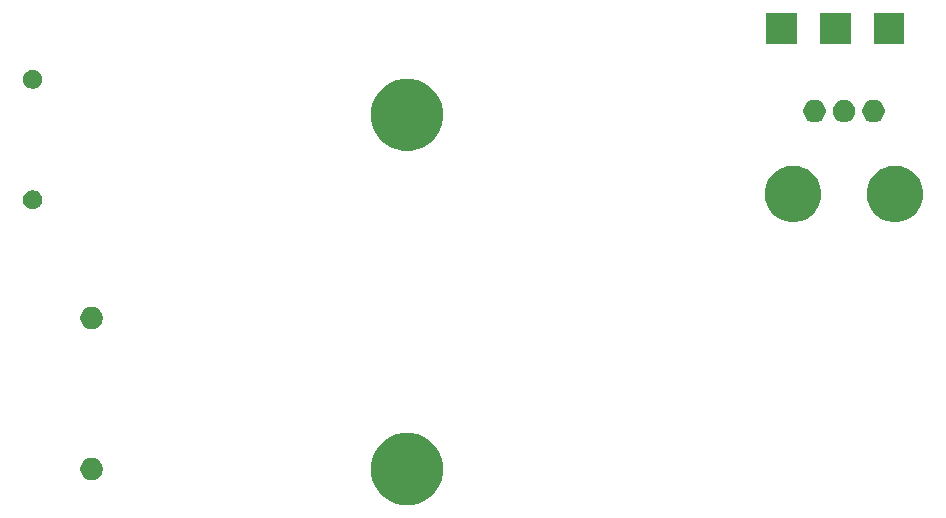
<source format=gbs>
G04 #@! TF.GenerationSoftware,KiCad,Pcbnew,(5.1.5)-3*
G04 #@! TF.CreationDate,2020-02-03T22:04:10-05:00*
G04 #@! TF.ProjectId,punk,70756e6b-2e6b-4696-9361-645f70636258,rev?*
G04 #@! TF.SameCoordinates,Original*
G04 #@! TF.FileFunction,Soldermask,Bot*
G04 #@! TF.FilePolarity,Negative*
%FSLAX46Y46*%
G04 Gerber Fmt 4.6, Leading zero omitted, Abs format (unit mm)*
G04 Created by KiCad (PCBNEW (5.1.5)-3) date 2020-02-03 22:04:10*
%MOMM*%
%LPD*%
G04 APERTURE LIST*
%ADD10C,0.100000*%
G04 APERTURE END LIST*
D10*
G36*
X129589943Y-107866248D02*
G01*
X130145189Y-108096238D01*
X130145190Y-108096239D01*
X130644899Y-108430134D01*
X131069866Y-108855101D01*
X131069867Y-108855103D01*
X131403762Y-109354811D01*
X131633752Y-109910057D01*
X131751000Y-110499501D01*
X131751000Y-111100499D01*
X131633752Y-111689943D01*
X131403762Y-112245189D01*
X131403761Y-112245190D01*
X131069866Y-112744899D01*
X130644899Y-113169866D01*
X130393347Y-113337948D01*
X130145189Y-113503762D01*
X129589943Y-113733752D01*
X129000499Y-113851000D01*
X128399501Y-113851000D01*
X127810057Y-113733752D01*
X127254811Y-113503762D01*
X127006653Y-113337948D01*
X126755101Y-113169866D01*
X126330134Y-112744899D01*
X125996239Y-112245190D01*
X125996238Y-112245189D01*
X125766248Y-111689943D01*
X125649000Y-111100499D01*
X125649000Y-110499501D01*
X125766248Y-109910057D01*
X125996238Y-109354811D01*
X126330133Y-108855103D01*
X126330134Y-108855101D01*
X126755101Y-108430134D01*
X127254810Y-108096239D01*
X127254811Y-108096238D01*
X127810057Y-107866248D01*
X128399501Y-107749000D01*
X129000499Y-107749000D01*
X129589943Y-107866248D01*
G37*
G36*
X102277395Y-109885546D02*
G01*
X102450466Y-109957234D01*
X102450467Y-109957235D01*
X102606227Y-110061310D01*
X102738690Y-110193773D01*
X102738691Y-110193775D01*
X102842766Y-110349534D01*
X102914454Y-110522605D01*
X102951000Y-110706333D01*
X102951000Y-110893667D01*
X102914454Y-111077395D01*
X102842766Y-111250466D01*
X102842765Y-111250467D01*
X102738690Y-111406227D01*
X102606227Y-111538690D01*
X102527818Y-111591081D01*
X102450466Y-111642766D01*
X102277395Y-111714454D01*
X102093667Y-111751000D01*
X101906333Y-111751000D01*
X101722605Y-111714454D01*
X101549534Y-111642766D01*
X101472182Y-111591081D01*
X101393773Y-111538690D01*
X101261310Y-111406227D01*
X101157235Y-111250467D01*
X101157234Y-111250466D01*
X101085546Y-111077395D01*
X101049000Y-110893667D01*
X101049000Y-110706333D01*
X101085546Y-110522605D01*
X101157234Y-110349534D01*
X101261309Y-110193775D01*
X101261310Y-110193773D01*
X101393773Y-110061310D01*
X101549533Y-109957235D01*
X101549534Y-109957234D01*
X101722605Y-109885546D01*
X101906333Y-109849000D01*
X102093667Y-109849000D01*
X102277395Y-109885546D01*
G37*
G36*
X102277395Y-97085546D02*
G01*
X102450466Y-97157234D01*
X102450467Y-97157235D01*
X102606227Y-97261310D01*
X102738690Y-97393773D01*
X102738691Y-97393775D01*
X102842766Y-97549534D01*
X102914454Y-97722605D01*
X102951000Y-97906333D01*
X102951000Y-98093667D01*
X102914454Y-98277395D01*
X102842766Y-98450466D01*
X102842765Y-98450467D01*
X102738690Y-98606227D01*
X102606227Y-98738690D01*
X102527818Y-98791081D01*
X102450466Y-98842766D01*
X102277395Y-98914454D01*
X102093667Y-98951000D01*
X101906333Y-98951000D01*
X101722605Y-98914454D01*
X101549534Y-98842766D01*
X101472182Y-98791081D01*
X101393773Y-98738690D01*
X101261310Y-98606227D01*
X101157235Y-98450467D01*
X101157234Y-98450466D01*
X101085546Y-98277395D01*
X101049000Y-98093667D01*
X101049000Y-97906333D01*
X101085546Y-97722605D01*
X101157234Y-97549534D01*
X101261309Y-97393775D01*
X101261310Y-97393773D01*
X101393773Y-97261310D01*
X101549533Y-97157235D01*
X101549534Y-97157234D01*
X101722605Y-97085546D01*
X101906333Y-97049000D01*
X102093667Y-97049000D01*
X102277395Y-97085546D01*
G37*
G36*
X170544132Y-85167333D02*
G01*
X170698304Y-85198000D01*
X171133984Y-85378464D01*
X171526086Y-85640458D01*
X171859542Y-85973914D01*
X172121536Y-86366016D01*
X172302000Y-86801696D01*
X172302000Y-86801697D01*
X172394000Y-87264210D01*
X172394000Y-87735790D01*
X172357138Y-87921107D01*
X172302000Y-88198304D01*
X172121536Y-88633984D01*
X171859542Y-89026086D01*
X171526086Y-89359542D01*
X171133984Y-89621536D01*
X170698304Y-89802000D01*
X170544132Y-89832667D01*
X170235790Y-89894000D01*
X169764210Y-89894000D01*
X169455868Y-89832667D01*
X169301696Y-89802000D01*
X168866016Y-89621536D01*
X168473914Y-89359542D01*
X168140458Y-89026086D01*
X167878464Y-88633984D01*
X167698000Y-88198304D01*
X167642862Y-87921107D01*
X167606000Y-87735790D01*
X167606000Y-87264210D01*
X167698000Y-86801697D01*
X167698000Y-86801696D01*
X167878464Y-86366016D01*
X168140458Y-85973914D01*
X168473914Y-85640458D01*
X168866016Y-85378464D01*
X169301696Y-85198000D01*
X169455868Y-85167333D01*
X169764210Y-85106000D01*
X170235790Y-85106000D01*
X170544132Y-85167333D01*
G37*
G36*
X161944132Y-85167333D02*
G01*
X162098304Y-85198000D01*
X162533984Y-85378464D01*
X162926086Y-85640458D01*
X163259542Y-85973914D01*
X163521536Y-86366016D01*
X163702000Y-86801696D01*
X163702000Y-86801697D01*
X163794000Y-87264210D01*
X163794000Y-87735790D01*
X163757138Y-87921107D01*
X163702000Y-88198304D01*
X163521536Y-88633984D01*
X163259542Y-89026086D01*
X162926086Y-89359542D01*
X162533984Y-89621536D01*
X162098304Y-89802000D01*
X161944132Y-89832667D01*
X161635790Y-89894000D01*
X161164210Y-89894000D01*
X160855868Y-89832667D01*
X160701696Y-89802000D01*
X160266016Y-89621536D01*
X159873914Y-89359542D01*
X159540458Y-89026086D01*
X159278464Y-88633984D01*
X159098000Y-88198304D01*
X159042862Y-87921107D01*
X159006000Y-87735790D01*
X159006000Y-87264210D01*
X159098000Y-86801697D01*
X159098000Y-86801696D01*
X159278464Y-86366016D01*
X159540458Y-85973914D01*
X159873914Y-85640458D01*
X160266016Y-85378464D01*
X160701696Y-85198000D01*
X160855868Y-85167333D01*
X161164210Y-85106000D01*
X161635790Y-85106000D01*
X161944132Y-85167333D01*
G37*
G36*
X97233642Y-87229781D02*
G01*
X97316765Y-87264212D01*
X97379416Y-87290163D01*
X97510608Y-87377822D01*
X97622178Y-87489392D01*
X97709837Y-87620584D01*
X97709838Y-87620586D01*
X97770219Y-87766358D01*
X97801000Y-87921107D01*
X97801000Y-88078893D01*
X97770219Y-88233642D01*
X97709838Y-88379414D01*
X97709837Y-88379416D01*
X97622178Y-88510608D01*
X97510608Y-88622178D01*
X97379416Y-88709837D01*
X97379415Y-88709838D01*
X97379414Y-88709838D01*
X97233642Y-88770219D01*
X97078893Y-88801000D01*
X96921107Y-88801000D01*
X96766358Y-88770219D01*
X96620586Y-88709838D01*
X96620585Y-88709838D01*
X96620584Y-88709837D01*
X96489392Y-88622178D01*
X96377822Y-88510608D01*
X96290163Y-88379416D01*
X96290162Y-88379414D01*
X96229781Y-88233642D01*
X96199000Y-88078893D01*
X96199000Y-87921107D01*
X96229781Y-87766358D01*
X96290162Y-87620586D01*
X96290163Y-87620584D01*
X96377822Y-87489392D01*
X96489392Y-87377822D01*
X96620584Y-87290163D01*
X96683235Y-87264212D01*
X96766358Y-87229781D01*
X96921107Y-87199000D01*
X97078893Y-87199000D01*
X97233642Y-87229781D01*
G37*
G36*
X129589943Y-77866248D02*
G01*
X130145189Y-78096238D01*
X130145190Y-78096239D01*
X130644899Y-78430134D01*
X131069866Y-78855101D01*
X131069867Y-78855103D01*
X131403762Y-79354811D01*
X131633752Y-79910057D01*
X131751000Y-80499501D01*
X131751000Y-81100499D01*
X131633752Y-81689943D01*
X131403762Y-82245189D01*
X131403761Y-82245190D01*
X131069866Y-82744899D01*
X130644899Y-83169866D01*
X130393347Y-83337948D01*
X130145189Y-83503762D01*
X129589943Y-83733752D01*
X129000499Y-83851000D01*
X128399501Y-83851000D01*
X127810057Y-83733752D01*
X127254811Y-83503762D01*
X127006653Y-83337948D01*
X126755101Y-83169866D01*
X126330134Y-82744899D01*
X125996239Y-82245190D01*
X125996238Y-82245189D01*
X125766248Y-81689943D01*
X125649000Y-81100499D01*
X125649000Y-80499501D01*
X125766248Y-79910057D01*
X125996238Y-79354811D01*
X126330133Y-78855103D01*
X126330134Y-78855101D01*
X126755101Y-78430134D01*
X127254810Y-78096239D01*
X127254811Y-78096238D01*
X127810057Y-77866248D01*
X128399501Y-77749000D01*
X129000499Y-77749000D01*
X129589943Y-77866248D01*
G37*
G36*
X163477395Y-79585546D02*
G01*
X163650466Y-79657234D01*
X163650467Y-79657235D01*
X163806227Y-79761310D01*
X163938690Y-79893773D01*
X163991081Y-79972182D01*
X164042766Y-80049534D01*
X164114454Y-80222605D01*
X164151000Y-80406333D01*
X164151000Y-80593667D01*
X164114454Y-80777395D01*
X164042766Y-80950466D01*
X164042765Y-80950467D01*
X163938690Y-81106227D01*
X163806227Y-81238690D01*
X163727818Y-81291081D01*
X163650466Y-81342766D01*
X163477395Y-81414454D01*
X163293667Y-81451000D01*
X163106333Y-81451000D01*
X162922605Y-81414454D01*
X162749534Y-81342766D01*
X162672182Y-81291081D01*
X162593773Y-81238690D01*
X162461310Y-81106227D01*
X162357235Y-80950467D01*
X162357234Y-80950466D01*
X162285546Y-80777395D01*
X162249000Y-80593667D01*
X162249000Y-80406333D01*
X162285546Y-80222605D01*
X162357234Y-80049534D01*
X162408919Y-79972182D01*
X162461310Y-79893773D01*
X162593773Y-79761310D01*
X162749533Y-79657235D01*
X162749534Y-79657234D01*
X162922605Y-79585546D01*
X163106333Y-79549000D01*
X163293667Y-79549000D01*
X163477395Y-79585546D01*
G37*
G36*
X168477395Y-79585546D02*
G01*
X168650466Y-79657234D01*
X168650467Y-79657235D01*
X168806227Y-79761310D01*
X168938690Y-79893773D01*
X168991081Y-79972182D01*
X169042766Y-80049534D01*
X169114454Y-80222605D01*
X169151000Y-80406333D01*
X169151000Y-80593667D01*
X169114454Y-80777395D01*
X169042766Y-80950466D01*
X169042765Y-80950467D01*
X168938690Y-81106227D01*
X168806227Y-81238690D01*
X168727818Y-81291081D01*
X168650466Y-81342766D01*
X168477395Y-81414454D01*
X168293667Y-81451000D01*
X168106333Y-81451000D01*
X167922605Y-81414454D01*
X167749534Y-81342766D01*
X167672182Y-81291081D01*
X167593773Y-81238690D01*
X167461310Y-81106227D01*
X167357235Y-80950467D01*
X167357234Y-80950466D01*
X167285546Y-80777395D01*
X167249000Y-80593667D01*
X167249000Y-80406333D01*
X167285546Y-80222605D01*
X167357234Y-80049534D01*
X167408919Y-79972182D01*
X167461310Y-79893773D01*
X167593773Y-79761310D01*
X167749533Y-79657235D01*
X167749534Y-79657234D01*
X167922605Y-79585546D01*
X168106333Y-79549000D01*
X168293667Y-79549000D01*
X168477395Y-79585546D01*
G37*
G36*
X165977395Y-79585546D02*
G01*
X166150466Y-79657234D01*
X166150467Y-79657235D01*
X166306227Y-79761310D01*
X166438690Y-79893773D01*
X166491081Y-79972182D01*
X166542766Y-80049534D01*
X166614454Y-80222605D01*
X166651000Y-80406333D01*
X166651000Y-80593667D01*
X166614454Y-80777395D01*
X166542766Y-80950466D01*
X166542765Y-80950467D01*
X166438690Y-81106227D01*
X166306227Y-81238690D01*
X166227818Y-81291081D01*
X166150466Y-81342766D01*
X165977395Y-81414454D01*
X165793667Y-81451000D01*
X165606333Y-81451000D01*
X165422605Y-81414454D01*
X165249534Y-81342766D01*
X165172182Y-81291081D01*
X165093773Y-81238690D01*
X164961310Y-81106227D01*
X164857235Y-80950467D01*
X164857234Y-80950466D01*
X164785546Y-80777395D01*
X164749000Y-80593667D01*
X164749000Y-80406333D01*
X164785546Y-80222605D01*
X164857234Y-80049534D01*
X164908919Y-79972182D01*
X164961310Y-79893773D01*
X165093773Y-79761310D01*
X165249533Y-79657235D01*
X165249534Y-79657234D01*
X165422605Y-79585546D01*
X165606333Y-79549000D01*
X165793667Y-79549000D01*
X165977395Y-79585546D01*
G37*
G36*
X97233642Y-77029781D02*
G01*
X97379414Y-77090162D01*
X97379416Y-77090163D01*
X97510608Y-77177822D01*
X97622178Y-77289392D01*
X97709837Y-77420584D01*
X97709838Y-77420586D01*
X97770219Y-77566358D01*
X97801000Y-77721107D01*
X97801000Y-77878893D01*
X97770219Y-78033642D01*
X97744290Y-78096239D01*
X97709837Y-78179416D01*
X97622178Y-78310608D01*
X97510608Y-78422178D01*
X97379416Y-78509837D01*
X97379415Y-78509838D01*
X97379414Y-78509838D01*
X97233642Y-78570219D01*
X97078893Y-78601000D01*
X96921107Y-78601000D01*
X96766358Y-78570219D01*
X96620586Y-78509838D01*
X96620585Y-78509838D01*
X96620584Y-78509837D01*
X96489392Y-78422178D01*
X96377822Y-78310608D01*
X96290163Y-78179416D01*
X96255710Y-78096239D01*
X96229781Y-78033642D01*
X96199000Y-77878893D01*
X96199000Y-77721107D01*
X96229781Y-77566358D01*
X96290162Y-77420586D01*
X96290163Y-77420584D01*
X96377822Y-77289392D01*
X96489392Y-77177822D01*
X96620584Y-77090163D01*
X96620586Y-77090162D01*
X96766358Y-77029781D01*
X96921107Y-76999000D01*
X97078893Y-76999000D01*
X97233642Y-77029781D01*
G37*
G36*
X170801000Y-74801000D02*
G01*
X168199000Y-74801000D01*
X168199000Y-72199000D01*
X170801000Y-72199000D01*
X170801000Y-74801000D01*
G37*
G36*
X166251000Y-74801000D02*
G01*
X163649000Y-74801000D01*
X163649000Y-72199000D01*
X166251000Y-72199000D01*
X166251000Y-74801000D01*
G37*
G36*
X161701000Y-74801000D02*
G01*
X159099000Y-74801000D01*
X159099000Y-72199000D01*
X161701000Y-72199000D01*
X161701000Y-74801000D01*
G37*
M02*

</source>
